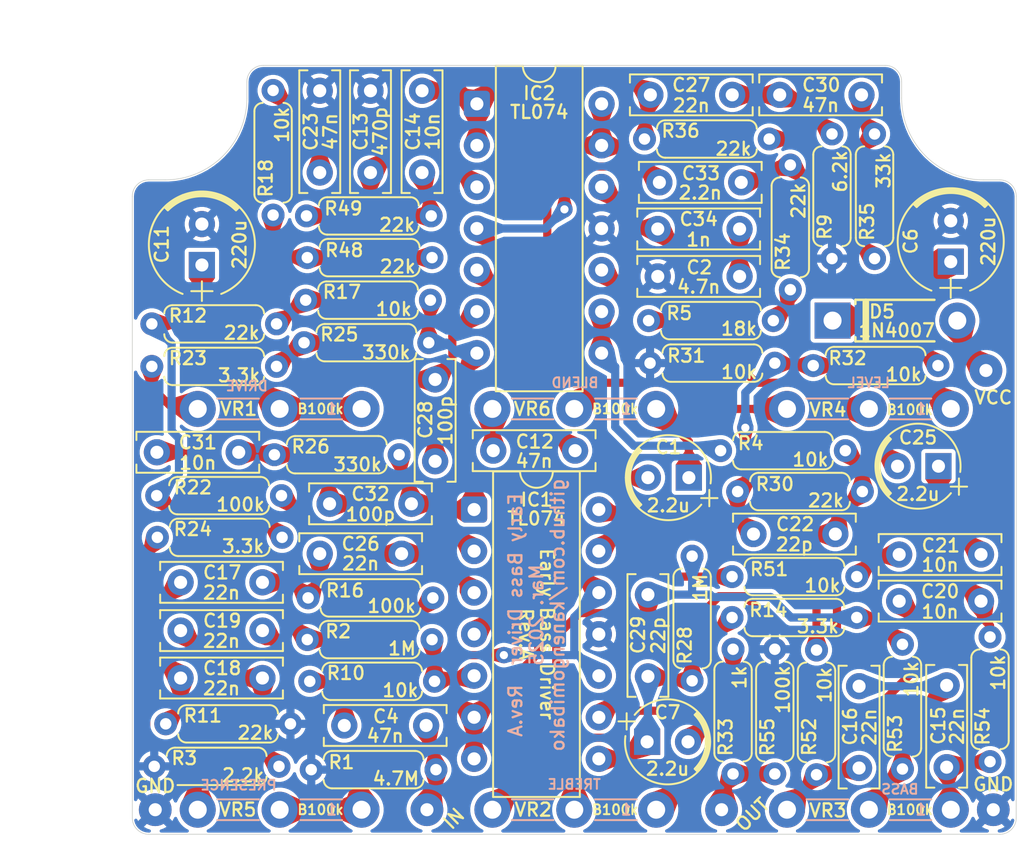
<source format=kicad_pcb>
(kicad_pcb (version 20241229) (generator "pcbnew") (generator_version "9.0")
  (layers (0 "F.Cu" signal) (2 "B.Cu" signal) (13 "F.Paste" user) (15 "B.Paste" user) (5 "F.SilkS" user "F.Silkscreen") (7 "B.SilkS" user "B.Silkscreen") (1 "F.Mask" user) (3 "B.Mask" user) (25 "Edge.Cuts" user))
  (net 0 "")
  (net 1 "GND")
  (net 2 "Net-(IC1C--)")
  (net 3 "Net-(C1-Pad1)")
  (net 4 "Net-(C2-Pad2)")
  (net 5 "Net-(J4-Pin_1)")
  (net 6 "Net-(C4-Pad1)")
  (net 7 "VCC")
  (net 8 "Net-(J5-Pin_1)")
  (net 9 "VB")
  (net 10 "Net-(C12-Pad1)")
  (net 11 "Net-(IC2D--)")
  (net 12 "Net-(IC1B--)")
  (net 13 "Net-(C14-Pad2)")
  (net 14 "Net-(C15-Pad1)")
  (net 15 "Net-(C15-Pad2)")
  (net 16 "Net-(C16-Pad1)")
  (net 17 "Net-(C17-Pad2)")
  (net 18 "Net-(C17-Pad1)")
  (net 19 "Net-(C18-Pad2)")
  (net 20 "Net-(C20-Pad2)")
  (net 21 "Net-(C20-Pad1)")
  (net 22 "Net-(C21-Pad2)")
  (net 23 "Net-(C21-Pad1)")
  (net 24 "Net-(C22-Pad1)")
  (net 25 "Net-(IC2B--)")
  (net 26 "Net-(C23-Pad2)")
  (net 27 "Net-(C27-Pad1)")
  (net 28 "Net-(C28-Pad1)")
  (net 29 "Net-(IC1A--)")
  (net 30 "Net-(IC2C--)")
  (net 31 "Net-(C30-Pad2)")
  (net 32 "Net-(IC1D--)")
  (net 33 "Net-(C31-Pad2)")
  (net 34 "Net-(C33-Pad2)")
  (net 35 "Net-(IC2D-+)")
  (net 36 "Net-(D5-A)")
  (net 37 "Net-(IC2A--)")
  (net 38 "Net-(R34-Pad1)")
  (net 39 "Net-(R12-Pad1)")
  (net 40 "Net-(R14-Pad1)")
  (net 41 "Net-(R23-Pad2)")
  (net 42 "Net-(R24-Pad2)")
  (net 43 "Net-(R51-Pad1)")
  (net 44 "Net-(VR4-Pad3)")
  (net 45 "Net-(IC2C-+)")
  (net 46 "Net-(IC2B-+)")
  (net 47 "Net-(IC2A-+)")
  (net 48 "Net-(C7-Pad2)")
  (net 49 "Net-(IC1A-+)")
  (net 50 "Net-(IC1B-+)")
  (footprint "myFoot:my_C_Rect1_P5.00mm" (layer "F.Cu") (at 4.5 37.35 90)
    (property "Reference" "C29")
    (property "Value" "22p")
  )
  (footprint "myFoot:my_R_P7.62mm_Horizontal" (layer "F.Cu") (at 13.2 13.71 90)
    (property "Reference" "R34")
    (property "Value" "22k")
  )
  (footprint "myFoot:my_C_Rect1_P5.00mm" (layer "F.Cu") (at 10.95 28.65)
    (property "Reference" "C22")
    (property "Value" "22p")
  )
  (footprint "myFoot:my_C_Rect1_P5.00mm" (layer "F.Cu") (at -24.05 34.55)
    (property "Reference" "C19")
    (property "Value" "22n")
  )
  (footprint "myFoot:my_R_P7.62mm_Horizontal" (layer "F.Cu") (at -8.69 35.1 180)
    (property "Reference" "R2")
    (property "Value" "1M")
  )
  (footprint "myFoot:my_R_P7.62mm_Horizontal" (layer "F.Cu") (at 22.22 18.35 180)
    (property "Reference" "R32")
    (property "Value" "10k")
  )
  (footprint "myFoot:my_C_Rect1_P5.00mm" (layer "F.Cu") (at 19.85 29.9)
    (property "Reference" "C21")
    (property "Value" "10n")
  )
  (footprint "myFoot:my_C_D5.0mm_P2.50mm" (layer "F.Cu") (at 22.25 24.5 180)
    (property "Reference" "C25")
    (property "Value" "2.2u")
  )
  (footprint "myFoot:my_C_Rect1_P5.00mm" (layer "F.Cu") (at -9.95 26.8 180)
    (property "Reference" "C32")
    (property "Value" "100p")
  )
  (footprint "myFoot:my_C_Rect1_P5.00mm" (layer "F.Cu") (at -4.95 23.55)
    (property "Reference" "C12")
    (property "Value" "47n")
  )
  (footprint "myFoot:my_C_Rect1_P5.00mm" (layer "F.Cu") (at -9.3 1.55 -90)
    (property "Reference" "C14")
    (property "Value" "10n")
  )
  (footprint "myFoot:my_C_Rect1_P5.00mm" (layer "F.Cu") (at 17.4 42.95 90)
    (property "Reference" "C16")
    (property "Value" "22n")
  )
  (footprint "myFoot:my_C_Rect1_P5.00mm" (layer "F.Cu") (at 9.65 1.8 180)
    (property "Reference" "C27")
    (property "Value" "22n")
  )
  (footprint "myFoot:my_R_P7.62mm_Horizontal" (layer "F.Cu") (at -10.7 23.8 180)
    (property "Reference" "R26")
    (property "Value" "330k")
  )
  (footprint "myFoot:my_C_Rect1_P5.00mm" (layer "F.Cu") (at -20.5 23.65 180)
    (property "Reference" "C31")
    (property "Value" "10n")
  )
  (footprint "myFoot:my_WirePad_0-8mmDrill" (layer "F.Cu") (at 25.15 18.65)
    (property "Reference" "J3" (hide yes))
    (property "Value" "VCC")
  )
  (footprint "myFoot:my_R_P7.62mm_Horizontal" (layer "F.Cu") (at 9.7 43.31 90)
    (property "Reference" "R33")
    (property "Value" "1k")
  )
  (footprint "myFoot:my_R_P7.62mm_Horizontal" (layer "F.Cu") (at 7.2 37.62 90)
    (property "Reference" "R28")
    (property "Value" "1M")
  )
  (footprint "myFoot:my_C_Rect1_P5.00mm" (layer "F.Cu") (at 10.1 10 180)
    (property "Reference" "C34")
    (property "Value" "1n")
  )
  (footprint "myFoot:my_WirePad_0-8mmDrill" (layer "F.Cu") (at 9 45.5)
    (property "Reference" "J5" (hide yes))
    (property "Value" "OUT")
  )
  (footprint "myFoot:my_R_P7.62mm_Horizontal" (layer "F.Cu") (at -8.54 37.65 180)
    (property "Reference" "R10")
    (property "Value" "10k")
  )
  (footprint "myFoot:my_C_Rect1_P5.00mm" (layer "F.Cu") (at -24.05 37.45)
    (property "Reference" "C18")
    (property "Value" "22n")
  )
  (footprint "myFoot:my_C_D5.0mm_P2.50mm" (layer "F.Cu") (at 4.45 41.35)
    (property "Reference" "C7")
    (property "Value" "2.2u")
  )
  (footprint "myFoot:my_R_P7.62mm_Horizontal" (layer "F.Cu") (at 16.56 23.55 180)
    (property "Reference" "R4")
    (property "Value" "10k")
  )
  (footprint "myFoot:my_WirePad_0-8mmDrill" (layer "F.Cu") (at -9 45.5)
    (property "Reference" "J4" (hide yes))
    (property "Value" "IN")
  )
  (footprint "myFoot:my_R_P7.62mm_Horizontal" (layer "F.Cu") (at 4.54 15.6)
    (property "Reference" "R5")
    (property "Value" "18k")
  )
  (footprint "myFoot:my_R_P7.62mm_Horizontal" (layer "F.Cu") (at -17.89 26.3 180)
    (property "Reference" "R22")
    (property "Value" "100k")
  )
  (footprint "Package_DIP:DIP-14_W7.62mm_Socket" (layer "F.Cu") (at -6.12 27.15)
    (property "Reference" "IC1")
    (property "Value" "TL074")
  )
  (footprint "myFoot:my_R_P7.62mm_Horizontal" (layer "F.Cu") (at 12.25 18.2 180)
    (property "Reference" "R31")
    (property "Value" "10k")
  )
  (footprint "myFoot:my_R_P7.62mm_Horizontal" (layer "F.Cu") (at 18.345 11.81 90)
    (property "Reference" "R35")
    (property "Value" "33k")
  )
  (footprint "myFoot:my_R_P7.62mm_Horizontal" (layer "F.Cu") (at -16.41 14.35)
    (property "Reference" "R17")
    (property "Value" "10k")
  )
  (footprint "myFoot:my_R_P7.62mm_Horizontal" (layer "F.Cu") (at -8.45 43.05 180)
    (property "Reference" "R1")
    (property "Value" "4.7M")
  )
  (footprint "myFoot:my_R_P7.62mm_Horizontal" (layer "F.Cu") (at -16.26 32.55)
    (property "Reference" "R16")
    (property "Value" "100k")
  )
  (footprint "myFoot:my_R_P7.62mm_Horizontal" (layer "F.Cu") (at 9.98 26.05)
    (property "Reference" "R30")
    (property "Value" "22k")
  )
  (footprint "myFoot:my_R_P7.62mm_Horizontal" (layer "F.Cu") (at 25.4 34.94 -90)
    (property "Reference" "R54")
    (property "Value" "10k")
  )
  (footprint "myFoot:my_C_D5.0mm_P2.50mm" (layer "F.Cu") (at 7 25.2 180)
    (property "Reference" "C1")
    (property "Value" "2.2u")
  )
  (footprint "myFoot:my_R_P7.62mm_Horizontal" (layer "F.Cu") (at 15.745 4.19 -90)
    (property "Reference" "R9")
    (property "Value" "6.2k")
  )
  (footprint "myFoot:my_R_P7.62mm_Horizontal" (layer "F.Cu") (at -18.04 42.85 180)
    (property "Reference" "R3")
    (property "Value" "2.2k")
  )
  (footprint "myFoot:my_C_Rect1_P5.00mm" (layer "F.Cu") (at -24.05 31.6)
    (property "Reference" "C17")
    (property "Value" "22n")
  )
  (footprint "myFoot:my_C_Rect1_P5.00mm" (layer "F.Cu") (at -12.45 1.55 -90)
    (property "Reference" "C13")
    (property "Value" "470p")
  )
  (footprint "myFoot:my_C_D6.3mm_P2.50mm" (layer "F.Cu") (at -22.75 12.2 90)
    (property "Reference" "C11")
    (property "Value" "220u")
  )
  (footprint "myFoot:my_WirePad_0-8mmDrill" (layer "F.Cu") (at 25.6 45.5)
    (property "Reference" "J2" (hide yes))
    (property "Value" "GND")
  )
  (footprint "Package_DIP:DIP-14_W7.62mm_Socket" (layer "F.Cu") (at -5.95 2.35)
    (property "Reference" "IC2")
    (property "Value" "TL074")
  )
  (footprint "myFoot:my_R_P7.62mm_Horizontal" (layer "F.Cu") (at -18.4 9.15 90)
    (property "Reference" "R18")
    (property "Value" "10k")
  )
  (footprint "myFoot:my_R_P7.62mm_Horizontal" (layer "F.Cu") (at 9.64 31.25)
    (property "Reference" "R51")
    (property "Value" "10k")
  )
  (footprint "myFoot:my_C_Rect1_P5.00mm" (layer "F.Cu") (at 5.1 12.9)
    (property "Reference" "C2")
    (property "Value" "4.7n")
  )
  (footprint "myFoot:my_R_P7.62mm_Horizontal" (layer "F.Cu") (at -18.19 15.8 180)
    (property "Reference" "R12")
    (property "Value" "22k")
  )
  (footprint "myFoot:my_C_Rect1_P5.00mm" (layer "F.Cu") (at 5.2 7.15)
    (property "Reference" "C33")
    (property "Value" "2.2n")
  )
  (footprint "myFoot:my_C_Rect1_P5.00mm" (layer "F.Cu") (at -8.5 24.2 90)
    (property "Reference" "C28")
    (property "Value" "100p")
  )
  (footprint "myFoot:my_R_P7.62mm_Horizontal" (layer "F.Cu") (at -17.85 28.85 180)
    (property "Reference" "R24")
    (property "Value" "3.3k")
  )
  (footprint "myFoot:my_C_Rect1_P5.00mm" (layer "F.Cu") (at 12.55 1.8)
    (property "Reference" "C30")
    (property "Value" "47n")
  )
  (footprint "myFoot:my_R_P7.62mm_Horizontal" (layer "F.Cu") (at 9.64 33.75)
    (property "Reference" "R14")
    (property "Value" "3.3k")
  )
  (footprint "myFoot:my_R_P7.62mm_Horizontal" (layer "F.Cu") (at 20.05 35.39 -90)
    (property "Reference" "R53")
    (property "Value" "10k")
  )
  (footprint "myFoot:my_C_Rect1_P5.00mm" (layer "F.Cu") (at -15.55 1.55 -90)
    (property "Reference" "C23")
    (property "Value" "47n")
  )
  (footprint "myFoot:my_R_P7.62mm_Horizontal" (layer "F.Cu") (at -18.19 18.4 180)
    (property "Reference" "R23")
    (property "Value" "3.3k")
  )
  (footprint "myFoot:my_C_Rect1_P5.00mm" (layer "F.Cu") (at -14.05 40.35)
    (property "Reference" "C4")
    (property "Value" "47n")
  )
  (footprint "myFoot:my_C_Rect1_P5.00mm" (layer "F.Cu") (at 24.85 32.75 180)
    (property "Reference" "C20")
    (property "Value" "10n")
  )
  (footprint "myFoot:my_R_P7.62mm_Horizontal" (layer "F.Cu") (at 11.91 4.5 180)
    (property "Reference" "R36")
    (property "Value" "22k")
  )
  (footprint "myFoot:my_R_P7.62mm_Horizontal" (layer "F.Cu") (at 14.8 43.36 90)
    (property "Reference" "R52")
    (property "Value" "10k")
  )
  (footprint "myFoot:my_C_Rect1_P5.00mm" (layer "F.Cu") (at 22.75 42.9 90)
    (property "Reference" "C15")
    (property "Value" "22n")
  )
  (footprint "myFoot:my_R_P7.62mm_Horizontal" (layer "F.Cu") (at 12.25 43.31 90)
    (property "Reference" "R55")
    (property "Value" "100k")
  )
  (footprint "myFoot:my_D_P7.62mm" (layer "F.Cu") (at 15.78 15.6)
    (property "Reference" "D5")
    (property "Value" "1N4007")
  )
  (footprint "myFoot:my_R_P7.62mm_Horizontal" (layer "F.Cu") (at -24.96 40.25)
    (property "Reference" "R11")
    (property "Value" "22k")
  )
  (footprint "myFoot:my_R_P7.62mm_Horizontal" (layer "F.Cu") (at -16.36 9.2)
    (property "Reference" "R49")
    (property "Value" "22k")
  )
  (footprint "myFoot:my_R_P7.62mm_Horizontal" (layer "F.Cu") (at -16.31 11.75)
    (property "Reference" "R48")
    (property "Value" "22k")
  )
  (footprint "myFoot:my_R_P7.62mm_Horizontal" (layer "F.Cu") (at -8.89 16.95 180)
    (property "Reference" "R25")
    (property "Value" "330k")
  )
  (footprint "myFoot:my_WirePad_0-8mmDrill" (layer "F.Cu") (at -25.6 45.5)
    (property "Reference" "J1" (hide yes))
    (property "Value" "GND")
  )
  (footprint "myFoot:my_C_Rect1_P5.00mm" (layer "F.Cu") (at -10.55 29.85 180)
    (property "Reference" "C26")
    (property "Value" "22n")
  )
  (footprint "myFoot:my_C_D6.3mm_P2.50mm" (layer "F.Cu") (at 23 12 90)
    (property "Reference" "C6")
    (property "Value" "220u")
  )
  (footprint "myFoot:my_pot_5mm" (layer "B.Cu") (at -18 21 180)
    (property "Reference" "VR1")
    (property "Value" "B100k")
  )
  (footprint "myFoot:my_pot_5mm" (layer "B.Cu") (at -18 45.5 180)
    (property "Reference" "VR5")
    (property "Value" "B100k")
  )
  (footprint "myFoot:my_pot_5mm" (layer "B.Cu") (at 0 21 180)
    (property "Reference" "VR6")
    (property "Value" "B100k")
  )
  (footprint "myFoot:my_pot_5mm" (layer "B.Cu") (at 18 45.5 180)
    (property "Reference" "VR3")
    (property "Value" "B100k")
  )
  (footprint "myFoot:my_pot_5mm" (layer "B.Cu") (at 18 21 180)
    (property "Reference" "VR4")
    (property "Value" "B100k")
  )
  (footprint "myFoot:my_pot_5mm" (layer "B.Cu") (at 0 45.5 180)
    (property "Reference" "VR2")
    (property "Value" "B100k")
  )
  (gr_line (start 26 47) (end -26 47) (stroke (width 0.05)) (layer "Edge.Cuts"))
  (gr_line (start -27 46) (end -27 8) (stroke (width 0.05)) (layer "Edge.Cuts"))
  (gr_line (start -26 7) (end -25 7) (stroke (width 0.05)) (layer "Edge.Cuts"))
  (gr_line (start -20 2) (end -20 1) (stroke (width 0.05)) (layer "Edge.Cuts"))
  (gr_line (start -19 0) (end 19 0) (stroke (width 0.05)) (layer "Edge.Cuts"))
  (gr_line (start 20 1) (end 20 2) (stroke (width 0.05)) (layer "Edge.Cuts"))
  (gr_line (start 25 7) (end 26 7) (stroke (width 0.05)) (layer "Edge.Cuts"))
  (gr_line (start 27 8) (end 27 46) (stroke (width 0.05)) (layer "Edge.Cuts"))
  (gr_arc (start -27 8) (mid -26.707107 7.292893) (end -26 7) (stroke (width 0.05)) (layer "Edge.Cuts"))
  (gr_arc (start -26 47) (mid -26.707107 46.707107) (end -27 46) (stroke (width 0.05)) (layer "Edge.Cuts"))
  (gr_arc (start 26 7) (mid 26.707107 7.292893) (end 27 8) (stroke (width 0.05)) (layer "Edge.Cuts"))
  (gr_arc (start 25 7) (mid 21.464466 5.535534) (end 20 2) (stroke (width 0.05)) (layer "Edge.Cuts"))
  (gr_arc (start 19 0) (mid 19.707107 0.292893) (end 20 1) (stroke (width 0.05)) (layer "Edge.Cuts"))
  (gr_arc (start -20 1) (mid -19.707107 0.292893) (end -19 0) (stroke (width 0.05)) (layer "Edge.Cuts"))
  (gr_arc (start -20 2) (mid -21.464466 5.535534) (end -25 7) (stroke (width 0.05)) (layer "Edge.Cuts"))
  (gr_arc (start 27 46) (mid 26.707107 46.707107) (end 26 47) (stroke (width 0.05)) (layer "Edge.Cuts"))
  (gr_text "Early Bass Driver\nRev.A" (at -2.31 34.77 270) (layer "F.SilkS") (effects (font (size 0.8 0.8) (thickness 0.14))))
  (gr_text "Early Bass Driver  Rev.A\nMar. 2025\ngithub.com/kanengomibako" (at -2.305 33.6 90) (layer "B.SilkS") (effects (font (size 0.8 0.8) (thickness 0.14)) (justify mirror)))
  (gr_text "TREBLE" (at -0.005 43.95 0) (layer "B.SilkS") (effects (font (size 0.6 0.6) (thickness 0.12)) (justify mirror)))
  (gr_text "BLEND" (at 0.045 19.4 0) (layer "B.SilkS") (effects (font (size 0.6 0.6) (thickness 0.12)) (justify mirror)))
  (gr_text "LEVEL" (at 17.995 19.4 0) (layer "B.SilkS") (effects (font (size 0.6 0.6) (thickness 0.12)) (justify mirror)))
  (gr_text "DRIVE" (at -20.005 19.6 0) (layer "B.SilkS") (effects (font (size 0.6 0.6) (thickness 0.12)) (justify mirror)))
  (gr_text "BASS" (at 19.895 44.25 0) (layer "B.SilkS") (effects (font (size 0.6 0.6) (thickness 0.12)) (justify mirror)))
  (gr_text "PRESENCE" (at -20.505 44 0) (layer "B.SilkS") (effects (font (size 0.6 0.6) (thickness 0.12)) (justify mirror)))
  (segment (start 1.5 39.85) (end 3.05 38.3) (width 0.5) (layer "F.Cu") (net 2))
  (segment (start 18.41 33.75) (end 20.05 35.39) (width 0.5) (layer "F.Cu") (net 2))
  (segment (start 3.05 36) (end 4.5 34.55) (width 0.5) (layer "F.Cu") (net 2))
  (segment (start 3.05 38.3) (end 3.05 36) (width 0.5) (layer "F.Cu") (net 2))
  (segment (start 17.26 33.75) (end 18.41 33.75) (width 0.5) (layer "F.Cu") (net 2))
  (segment (start 4.5 34.55) (end 4.5 32.35) (width 0.5) (layer "F.Cu") (net 2))
  (segment (start 7.25 32.35) (end 4.5 32.35) (width 0.5) (layer "B.Cu") (net 2))
  (segment (start 13.25 33.75) (end 12 32.5) (width 0.5) (layer "B.Cu") (net 2))
  (segment (start 7.2 30) (end 7.2 32.3) (width 0.5) (layer "B.Cu") (net 2))
  (segment (start 7.2 32.3) (end 7.25 32.35) (width 0.5) (layer "B.Cu") (net 2))
  (segment (start 12 32.5) (end 8.45 32.5) (width 0.5) (layer "B.Cu") (net 2))
  (segment (start 8.45 32.5) (end 8.3 32.35) (width 0.5) (layer "B.Cu") (net 2))
  (segment (start 17.26 33.75) (end 13.25 33.75) (width 0.5) (layer "B.Cu") (net 2))
  (segment (start 8.3 32.35) (end 7.25 32.35) (width 0.5) (layer "B.Cu") (net 2))
  (segment (start 7 22.9962) (end 5.0038 21) (width 0.5) (layer "F.Cu") (net 3))
  (segment (start 7 25.2) (end 7 22.9962) (width 0.5) (layer "F.Cu") (net 3))
  (segment (start 10.1 10) (end 10.1 12.9) (width 0.5) (layer "F.Cu") (net 4))
  (segment (start -8.45 42) (end -8.45 43.05) (width 0.5) (layer "F.Cu") (net 5))
  (segment (start -8.45 43.05) (end -8.45 44.95) (width 0.5) (layer "F.Cu") (net 5))
  (segment (start -9.05 41.4) (end -8.45 42) (width 0.5) (layer "F.Cu") (net 5))
  (segment (start -9.05 40.35) (end -9.05 41.4) (width 0.5) (layer "F.Cu") (net 5))
  (segment (start -8.45 44.95) (end -9 45.5) (width 0.5) (layer "F.Cu") (net 5))
  (segment (start -14.05 38.55) (end -14.95 37.65) (width 0.5) (layer "F.Cu") (net 6))
  (segment (start -14.05 40.35) (end -14.05 38.55) (width 0.5) (layer "F.Cu") (net 6))
  (segment (start -14.95 37.65) (end -16.16 37.65) (width 0.5) (layer "F.Cu") (net 6))
  (segment (start -6.12 34.77) (end -3.35 32) (width 0.5) (layer "F.Cu") (net 7))
  (segment (start -0.6 7.35) (end 0.571 6.179) (width 0.5) (layer "F.Cu") (net 7))
  (segment (start -0.6 7.35) (end -0.6 8.8) (width 0.5) (layer "F.Cu") (net 7))
  (segment (start 4.6 8.5) (end 11.15 8.5) (width 0.5) (layer "F.Cu") (net 7))
  (segment (start 12.2 10.7) (end 14.8 13.3) (width 0.5) (layer "F.Cu") (net 7))
  (segment (start 12.2 10.7) (end 12.2 9.55) (width 0.5) (layer "F.Cu") (net 7))
  (segment (start 2.279 6.179) (end 4.6 8.5) (width 0.5) (layer "F.Cu") (net 7))
  (segment (start 14.8 13.3) (end 19.15 13.3) (width 0.5) (layer "F.Cu") (net 7))
  (segment (start 19.15 13.3) (end 20.45 12) (width 0.5) (layer "F.Cu") (net 7))
  (segment (start 19.4 15.6) (end 23 12) (width 0.5) (layer "F.Cu") (net 7))
  (segment (start 15.78 15.6) (end 19.4 15.6) (width 0.5) (layer "F.Cu") (net 7))
  (segment (start -3.35 12.57) (end -5.95 9.97) (width 0.5) (layer "F.Cu") (net 7))
  (segment (start 22.22 18.35) (end 19.47 15.6) (width 0.5) (layer "F.Cu") (net 7))
  (segment (start 19.47 15.6) (end 19.4 15.6) (width 0.5) (layer "F.Cu") (net 7))
  (segment (start 0.571 6.179) (end 2.279 6.179) (width 0.5) (layer "F.Cu") (net 7))
  (segment (start 11.15 8.5) (end 12.2 9.55) (width 0.5) (layer "F.Cu") (net 7))
  (segment (start 23 12) (end 20.45 12) (width 0.5) (layer "F.Cu") (net 7))
  (segment (start -3.35 32) (end -3.35 12.57) (width 0.5) (layer "F.Cu") (net 7))
  (via (at -0.6 8.8) (size 1) (drill 0.5) (layers "F.Cu" "B.Cu") (net 7))
  (segment (start -1.77 9.97) (end -0.6 8.8) (width 0.5) (layer "B.Cu") (net 7))
  (segment (start -5.95 9.97) (end -1.77 9.97) (width 0.5) (layer "B.Cu") (net 7))
  (segment (start 12.25 43.31) (end 9.7 43.31) (width 0.5) (layer "F.Cu") (net 8))
  (segment (start 9 44.01) (end 9.7 43.31) (width 0.5) (layer "F.Cu") (net 8))
  (segment (start 9 45.5) (end 9 44.01) (width 0.5) (layer "F.Cu") (net 8))
  (segment (start -16.31 35.1) (end -18.26 33.15) (width 0.5) (layer "F.Cu") (net 9))
  (segment (start -4.3 36.05) (end -6.95 36.05) (width 0.5) (layer "F.Cu") (net 9))
  (segment (start -7.45 35.55) (end -7.45 31.95) (width 0.5) (layer "F.Cu") (net 9))
  (segment (start -23.2 15.8) (end -18 21) (width 0.5) (layer "F.Cu") (net 9))
  (segment (start -20.45 35.058636) (end -20.45 33.45) (width 0.5) (layer "F.Cu") (net 9))
  (segment (start -15.85 41.090566) (end -15.85 39.85) (width 0.5) (layer "F.Cu") (net 9))
  (segment (start -20.075 33.075) (end -20 33.15) (width 0.5) (layer "F.Cu") (net 9))
  (segment (start 0 26.45) (end 0.65 25.8) (width 0.5) (layer "F.Cu") (net 9))
  (segment (start -18.691364 35.9) (end -19.608636 35.9) (width 0.5) (layer "F.Cu") (net 9))
  (segment (start 20.3538 18.35) (end 23.0038 21) (width 0.5) (layer "F.Cu") (net 9))
  (segment (start -14.35 35.1) (end -16.31 35.1) (width 0.5) (layer "F.Cu") (net 9))
  (segment (start 10.45 24.1) (end 10.45 22.15) (width 0.5) (layer "F.Cu") (net 9))
  (segment (start 3.2 26.75) (end 8.15 26.75) (width 0.5) (layer "F.Cu") (net 9))
  (segment (start 8.55 26.35) (end 8.55 25.55) (width 0.5) (layer "F.Cu") (net 9))
  (segment (start -6.95 36.05) (end -7.45 35.55) (width 0.5) (layer "F.Cu") (net 9))
  (segment (start 0 30.73) (end 0 26.45) (width 0.5) (layer "F.Cu") (net 9))
  (segment (start -19.608636 35.9) (end -20.45 35.058636) (width 0.5) (layer "F.Cu") (net 9))
  (segment (start 8.15 26.75) (end 8.55 26.35) (width 0.5) (layer "F.Cu") (net 9))
  (segment (start -12.9962 45.5) (end -12.9962 43.944366) (width 0.5) (layer "F.Cu") (net 9))
  (segment (start -8.15 31.25) (end -10.5 31.25) (width 0.5) (layer "F.Cu") (net 9))
  (segment (start -18 21) (end -12.9962 21) (width 0.5) (layer "F.Cu") (net 9))
  (segment (start 8.55 25.55) (end 9.4 24.7) (width 0.5) (layer "F.Cu") (net 9))
  (segment (start -25.81 15.8) (end -23.2 15.8) (width 0.5) (layer "F.Cu") (net 9))
  (segment (start -10.5 31.25) (end -14.35 35.1) (width 0.5) (layer "F.Cu") (net 9))
  (segment (start -17.6 38.1) (end -17.6 36.991364) (width 0.5) (layer "F.Cu") (net 9))
  (segment (start 12.25 18.2) (end 13.3 18.2) (width 0.5) (layer "F.Cu") (net 9))
  (segment (start 9.4 24.7) (end 9.85 24.7) (width 0.5) (layer "F.Cu") (net 9))
  (segment (start 9.85 24.7) (end 10.45 24.1) (width 0.5) (layer "F.Cu") (net 9))
  (segment (start 1.5 32.23) (end 0 30.73) (width 0.5) (layer "F.Cu") (net 9))
  (segment (start -22 31.15) (end -20.075 33.075) (width 0.5) (layer "F.Cu") (net 9))
  (segment (start -22 29.81) (end -22 31.15) (width 0.5) (layer "F.Cu") (net 9))
  (segment (start -22.75 12.2) (end -22.75 15.35) (width 0.5) (layer "F.Cu") (net 9))
  (segment (start 13.3 18.2) (end 13.45 18.35) (width 0.5) (layer "F.Cu") (net 9))
  (segment (start -20.45 33.45) (end -20.075 33.075) (width 0.5) (layer "F.Cu") (net 9))
  (segment (start -20 33.15) (end -18.26 33.15) (width 0.5) (layer "F.Cu") (net 9))
  (segment (start -12.9962 43.944366) (end -15.85 41.090566) (width 0.5) (layer "F.Cu") (net 9))
  (segment (start 13.45 18.35) (end 14.6 18.35) (width 0.5) (layer "F.Cu") (net 9))
  (segment (start 2.25 25.8) (end 3.2 26.75) (width 0.5) (layer "F.Cu") (net 9))
  (segment (start 14.6 18.35) (end 20.3538 18.35) (width 0.5) (layer "F.Cu") (net 9))
  (segment (start -25.51 26.3) (end -22 29.81) (width 0.5) (layer "F.Cu") (net 9))
  (segment (start -17.6 36.991364) (end -18.691364 35.9) (width 0.5) (layer "F.Cu") (net 9))
  (segment (start 0.65 25.8) (end 2.25 25.8) (width 0.5) (layer "F.Cu") (net 9))
  (segment (start -7.45 31.95) (end -8.15 31.25) (width 0.5) (layer "F.Cu") (net 9))
  (segment (start -12.9962 45.5) (end -18 45.5) (width 0.5) (layer "F.Cu") (net 9))
  (segment (start -15.85 39.85) (end -17.6 38.1) (width 0.5) (layer "F.Cu") (net 9))
  (segment (start -22.75 15.35) (end -23.2 15.8) (width 0.5) (layer "F.Cu") (net 9))
  (via (at 10.45 22.15) (size 1) (drill 0.5) (layers "F.Cu" "B.Cu") (net 9))
  (via (at -4.3 36.05) (size 1) (drill 0.5) (layers "F.Cu" "B.Cu") (net 9))
  (segment (start 1.5 32.23) (end 0 33.73) (width 0.5) (layer "B.Cu") (net 9))
  (segment (start -24.15 22.8) (end -24.15 24.94) (width 0.5) (layer "B.Cu") (net 9))
  (segment (start -4.3 36.05) (end 0 36.05) (width 0.5) (layer "B.Cu") (net 9))
  (segment (start 0 33.73) (end 0 36.05) (width 0.5) (layer "B.Cu") (net 9))
  (segment (start 10.45 20) (end 12.25 18.2) (width 0.5) (layer "B.Cu") (net 9))
  (segment (start 0 36.05) (end 0.24 36.05) (width 0.5) (layer "B.Cu") (net 9))
  (segment (start -24.15 24.94) (end -25.51 26.3) (width 0.5) (layer "B.Cu") (net 9))
  (segment (start -24.6 22.35) (end -24.15 22.8) (width 0.5) (layer "B.Cu") (net 9))
  (segment (start -25.81 15.8) (end -24.6 17.01) (width 0.5) (layer "B.Cu") (net 9))
  (segment (start -24.6 17.01) (end -24.6 22.35) (width 0.5) (layer "B.Cu") (net 9))
  (segment (start 10.45 22.15) (end 10.45 20) (width 0.5) (layer "B.Cu") (net 9))
  (segment (start 0.24 36.05) (end 1.5 37.31) (width 0.5) (layer "B.Cu") (net 9))
  (segment (start -5.0038 23.4962) (end -4.95 23.55) (width 0.5) (layer "F.Cu") (net 10))
  (segment (start -5.0038 21) (end -5.0038 23.4962) (width 0.5) (layer "F.Cu") (net 10))
  (segment (start -1.65 21.85) (end -1.65 6.1) (width 0.5) (layer "F.Cu") (net 11))
  (segment (start 1.67 2.35) (end 1.67 4.89) (width 0.5) (layer "F.Cu") (net 11))
  (segment (start -0.44 4.89) (end 1.67 4.89) (width 0.5) (layer "F.Cu") (net 11))
  (segment (start -1.65 6.1) (end -0.44 4.89) (width 0.5) (layer "F.Cu") (net 11))
  (segment (start 5.2 7.15) (end 2.94 4.89) (width 0.5) (layer "F.Cu") (net 11))
  (segment (start 2.94 4.89) (end 1.67 4.89) (width 0.5) (layer "F.Cu") (net 11))
  (segment (start 0.05 23.55) (end -1.65 21.85) (width 0.5) (layer "F.Cu") (net 11))
  (segment (start -0.5 24.95) (end 2.7 24.95) (width 0.5) (layer "F.Cu") (net 12))
  (segment (start -19.05 34.55) (end -18.9 34.55) (width 0.5) (layer "F.Cu") (net 12))
  (segment (start -10.15 38.15) (end -10.15 36.35) (width 0.5) (layer "F.Cu") (net 12))
  (segment (start -6.12 39.85) (end -2.2 35.93) (width 0.5) (layer "F.Cu") (net 12))
  (segment (start 2.7 24.95) (end 2.95 25.2) (width 0.5) (layer "F.Cu") (net 12))
  (segment (start -17.1 36.35) (end -10.15 36.35) (width 0.5) (layer "F.Cu") (net 12))
  (segment (start -18.9 34.55) (end -17.1 36.35) (width 0.5) (layer "F.Cu") (net 12))
  (segment (start -6.12 39.85) (end -6.12 42.39) (width 0.5) (layer "F.Cu") (net 12))
  (segment (start 2.95 25.2) (end 4.5 25.2) (width 0.5) (layer "F.Cu") (net 12))
  (segment (start -7.07 38.9) (end -9.4 38.9) (width 0.5) (layer "F.Cu") (net 12))
  (segment (start -9.4 38.9) (end -10.15 38.15) (width 0.5) (layer "F.Cu") (net 12))
  (segment (start -2.2 26.65) (end -0.5 24.95) (width 0.5) (layer "F.Cu") (net 12))
  (segment (start -10.15 34.06) (end -8.64 32.55) (width 0.5) (layer "F.Cu") (net 12))
  (segment (start -10.15 36.35) (end -10.15 34.06) (width 0.5) (layer "F.Cu") (net 12))
  (segment (start -2.2 35.93) (end -2.2 26.65) (width 0.5) (layer "F.Cu") (net 12))
  (segment (start -6.12 39.85) (end -7.07 38.9) (width 0.5) (layer "F.Cu") (net 12))
  (segment (start -9.3 7.6) (end -8.74 8.16) (width 0.5) (layer "F.Cu") (net 13))
  (segment (start -18.4 10.85) (end -18.4 9.15) (width 0.5) (layer "F.Cu") (net 13))
  (segment (start -17.5 11.75) (end -18.4 10.85) (width 0.5) (layer "F.Cu") (net 13))
  (segment (start -8.74 8.16) (end -8.74 9.2) (width 0.5) (layer "F.Cu") (net 13))
  (segment (start -9.3 6.55) (end -9.3 7.6) (width 0.5) (layer "F.Cu") (net 13))
  (segment (start -16.31 11.75) (end -17.5 11.75) (width 0.5) (layer "F.Cu") (net 13))
  (segment (start -13.95 11.75) (end -16.31 11.75) (width 0.5) (layer "F.Cu") (net 13))
  (segment (start -11.4 9.2) (end -13.95 11.75) (width 0.5) (layer "F.Cu") (net 13))
  (segment (start -8.74 9.2) (end -11.4 9.2) (width 0.5) (layer "F.Cu") (net 13))
  (segment (start 23.85 42.9) (end 24.19 42.56) (width 0.5) (layer "F.Cu") (net 14))
  (segment (start 22.75 42.9) (end 23.85 42.9) (width 0.5) (layer "F.Cu") (net 14))
  (segment (start 22.75 43.95) (end 22.75 42.9) (width 0.5) (layer "F.Cu") (net 14))
  (segment (start 24.19 42.56) (end 25.4 42.56) (width 0.5) (layer "F.Cu") (net 14))
  (segment (start 23.0038 45.5) (end 23.0038 44.2038) (width 0.5) (layer "F.Cu") (net 14))
  (segment (start 23.0038 44.2038) (end 22.75 43.95) (width 0.5) (layer "F.Cu") (net 14))
  (segment (start 19.05 44.01) (end 20.05 43.01) (width 0.5) (layer "F.Cu") (net 15))
  (segment (start 20.05 40.6) (end 22.75 37.9) (width 0.5) (layer "F.Cu") (net 15))
  (segment (start 19.05 44.45) (end 19.05 44.01) (width 0.5) (layer "F.Cu") (net 15))
  (segment (start 18 45.5) (end 19.05 44.45) (width 0.5) (layer "F.Cu") (net 15))
  (segment (start 20.05 43.01) (end 20.05 40.6) (width 0.5) (layer "F.Cu") (net 15))
  (segment (start 17.4 37.95) (end 22.7 37.95) (width 0.5) (layer "B.Cu") (net 15))
  (segment (start 22.7 37.95) (end 22.75 37.9) (width 0.5) (layer "B.Cu") (net 15))
  (segment (start 14.8 43.36) (end 15.84 43.36) (width 0.5) (layer "F.Cu") (net 16))
  (segment (start 16.25 42.95) (end 17.4 42.95) (width 0.5) (layer "F.Cu") (net 16))
  (segment (start 15.84 43.36) (end 16.25 42.95) (width 0.5) (layer "F.Cu") (net 16))
  (segment (start 14.01 44.15) (end 14.8 43.36) (width 0.5) (layer "F.Cu") (net 16))
  (segment (start 12.9962 45.5) (end 12.9962 45.4538) (width 0.5) (layer "F.Cu") (net 16))
  (segment (start 12.9962 45.4538) (end 14 44.45) (width 0.5) (layer "F.Cu") (net 16))
  (segment (start 14 44.15) (end 14.01 44.15) (width 0.5) (layer "F.Cu") (net 16))
  (segment (start 14 44.45) (end 14 44.15) (width 0.5) (layer "F.Cu") (net 16))
  (segment (start -15.55 29.85) (end -15.55 31.84) (width 0.5) (layer "F.Cu") (net 17))
  (segment (start -15.55 31.84) (end -16.26 32.55) (width 0.5) (layer "F.Cu") (net 17))
  (segment (start -17.21 31.6) (end -16.26 32.55) (width 0.5) (layer "F.Cu") (net 17))
  (segment (start -19.05 31.6) (end -17.21 31.6) (width 0.5) (layer "F.Cu") (net 17))
  (segment (start -24.05 37.45) (end -24.05 39.34) (width 0.5) (layer "F.Cu") (net 18))
  (segment (start -24.05 31.6) (end -25.35 32.9) (width 0.5) (layer "F.Cu") (net 18))
  (segment (start -25.35 36.15) (end -24.05 37.45) (width 0.5) (layer "F.Cu") (net 18))
  (segment (start -24.05 39.34) (end -24.96 40.25) (width 0.5) (layer "F.Cu") (net 18))
  (segment (start -25.35 32.9) (end -25.35 36.15) (width 0.5) (layer "F.Cu") (net 18))
  (segment (start -24.05 34.55) (end -21.15 37.45) (width 0.5) (layer "F.Cu") (net 19))
  (segment (start -21.15 37.45) (end -19.05 37.45) (width 0.5) (layer "F.Cu") (net 19))
  (segment (start -19.05 37.45) (end -19.05 41.84) (width 0.5) (layer "F.Cu") (net 19))
  (segment (start -19.05 41.84) (end -18.04 42.85) (width 0.5) (layer "F.Cu") (net 19))
  (segment (start 17.6 40.15) (end 10.3538 40.15) (width 0.5) (layer "F.Cu") (net 20))
  (segment (start 19.85 32.75) (end 21.45 34.35) (width 0.5) (layer "F.Cu") (net 20))
  (segment (start 21.45 36.3) (end 17.6 40.15) (width 0.5) (layer "F.Cu") (net 20))
  (segment (start 21.45 34.35) (end 21.45 36.3) (width 0.5) (layer "F.Cu") (net 20))
  (segment (start 10.3538 40.15) (end 5.0038 45.5) (width 0.5) (layer "F.Cu") (net 20))
  (segment (start 16.5 32.5) (end 16.05 32.95) (width 0.5) (layer "F.Cu") (net 21))
  (segment (start 16.05 32.95) (end 16.05 36.4) (width 0.5) (layer "F.Cu") (net 21))
  (segment (start 6.02 37.62) (end 7.2 37.62) (width 0.5) (layer "F.Cu") (net 21))
  (segment (start 4.4 41.35) (end 4.45 41.35) (width 0.5) (layer "F.Cu") (net 21))
  (segment (start 16.05 36.4) (end 15.3 37.15) (width 0.5) (layer "F.Cu") (net 21))
  (segment (start 11 36.5) (end 11 33) (width 0.5) (layer "F.Cu") (net 21))
  (segment (start 18.1 32.5) (end 16.5 32.5) (width 0.5) (layer "F.Cu") (net 21))
  (segment (start 11.65 37.15) (end 11 36.5) (width 0.5) (layer "F.Cu") (net 21))
  (segment (start 5.75 37.35) (end 6.02 37.62) (width 0.5) (layer "F.Cu") (net 21))
  (segment (start 23.4 31.3) (end 19.3 31.3) (width 0.5) (layer "F.Cu") (net 21))
  (segment (start 3.36 42.39) (end 4.4 41.35) (width 0.5) (layer "F.Cu") (net 21))
  (segment (start 19.3 31.3) (end 18.1 32.5) (width 0.5) (layer "F.Cu") (net 21))
  (segment (start 15.3 37.15) (end 11.65 37.15) (width 0.5) (layer "F.Cu") (net 21))
  (segment (start 24.85 32.75) (end 23.4 31.3) (width 0.5) (layer "F.Cu") (net 21))
  (segment (start 24.85 33.7) (end 25.4 34.25) (width 0.5) (layer "F.Cu") (net 21))
  (segment (start 7.2 34.1) (end 7.2 37.62) (width 0.5) (layer "F.Cu") (net 21))
  (segment (start 1.5 42.39) (end 3.36 42.39) (width 0.5) (layer "F.Cu") (net 21))
  (segment (start 4.5 37.35) (end 5.75 37.35) (width 0.5) (layer "F.Cu") (net 21))
  (segment (start 24.85 32.75) (end 24.85 33.7) (width 0.5) (layer "F.Cu") (net 21))
  (segment (start 11 33) (end 10.45 32.45) (width 0.5) (layer "F.Cu") (net 21))
  (segment (start 10.45 32.45) (end 8.85 32.45) (width 0.5) (layer "F.Cu") (net 21))
  (segment (start 25.4 34.25) (end 25.4 34.94) (width 0.5) (layer "F.Cu") (net 21))
  (segment (start 8.85 32.45) (end 7.2 34.1) (width 0.5) (layer "F.Cu") (net 21))
  (segment (start 4.5 37.35) (end 4.5 41.3) (width 0.5) (layer "B.Cu") (net 21))
  (segment (start 4.5 41.3) (end 4.45 41.35) (width 0.5) (layer "B.Cu") (net 21))
  (segment (start 22.25 26.7) (end 21.95 27) (width 0.5) (layer "F.Cu") (net 22))
  (segment (start 14.8 31.85) (end 19.65 27) (width 0.5) (layer "F.Cu") (net 22))
  (segment (start 21.95 27) (end 24.85 29.9) (width 0.5) (layer "F.Cu") (net 22))
  (segment (start 22.25 24.5) (end 22.25 26.7) (width 0.5) (layer "F.Cu") (net 22))
  (segment (start 19.65 27) (end 21.95 27) (width 0.5) (layer "F.Cu") (net 22))
  (segment (start 14.8 35.74) (end 14.8 31.85) (width 0.5) (layer "F.Cu") (net 22))
  (segment (start 19.85 29.9) (end 18.61 29.9) (width 0.5) (layer "F.Cu") (net 23))
  (segment (start 18.61 29.9) (end 17.26 31.25) (width 0.5) (layer "F.Cu") (net 23))
  (segment (start 19.75 24.5) (end 18.1 22.85) (width 0.5) (layer "F.Cu") (net 24))
  (segment (start 2.85 27.6) (end 9.9 27.6) (width 0.5) (layer "F.Cu") (net 24))
  (segment (start 9.98 27.52) (end 9.9 27.6) (width 0.5) (layer "F.Cu") (net 24))
  (segment (start 18.1 22.85) (end 17.6 22.85) (width 0.5) (layer "F.Cu") (net 24))
  (segment (start 17 22.25) (end 14.65 22.25) (width 0.5) (layer "F.Cu") (net 24))
  (segment (start 14.65 22.25) (end 12 24.9) (width 0.5) (layer "F.Cu") (net 24))
  (segment (start 12 24.9) (end 11.13 24.9) (width 0.5) (layer "F.Cu") (net 24))
  (segment (start 11.13 24.9) (end 9.98 26.05) (width 0.5) (layer "F.Cu") (net 24))
  (segment (start 1.5 27.15) (end 2.4 27.15) (width 0.5) (layer "F.Cu") (net 24))
  (segment (start 17.6 22.85) (end 17 22.25) (width 0.5) (layer "F.Cu") (net 24))
  (segment (start 9.98 26.05) (end 9.98 27.52) (width 0.5) (layer "F.Cu") (net 24))
  (segment (start 2.4 27.15) (end 2.85 27.6) (width 0.5) (layer "F.Cu") (net 24))
  (segment (start 9.9 27.6) (end 10.95 28.65) (width 0.5) (layer "F.Cu") (net 24))
  (segment (start -10.2 19.2) (end -8.5 19.2) (width 0.5) (layer "F.Cu") (net 25))
  (segment (start -16.51 16.95) (end -16.74 16.95) (width 0.5) (layer "F.Cu") (net 25))
  (segment (start -12.45 16.95) (end -10.2 19.2) (width 0.5) (layer "F.Cu") (net 25))
  (segment (start -7.45 16.55) (end -7.45 18.15) (width 0.5) (layer "F.Cu") (net 25))
  (segment (start -5.95 15.05) (end -7.45 16.55) (width 0.5) (layer "F.Cu") (net 25))
  (segment (start -16.51 16.95) (end -12.45 16.95) (width 0.5) (layer "F.Cu") (net 25))
  (segment (start -7.45 18.15) (end -8.5 19.2) (width 0.5) (layer "F.Cu") (net 25))
  (segment (start -16.74 16.95) (end -18.19 18.4) (width 0.5) (layer "F.Cu") (net 25))
  (segment (start -15.55 6.55) (end -15.55 4.38) (width 0.5) (layer "F.Cu") (net 26))
  (segment (start -15.55 4.38) (end -18.4 1.53) (width 0.5) (layer "F.Cu") (net 26))
  (segment (start 13.355 1.8) (end 15.745 4.19) (width 0.5) (layer "F.Cu") (net 27))
  (segment (start 12.55 1.8) (end 13.355 1.8) (width 0.5) (layer "F.Cu") (net 27))
  (segment (start 9.65 1.8) (end 12.55 1.8) (width 0.5) (layer "F.Cu") (net 27))
  (segment (start -6.9 19.45) (end -8.5 21.05) (width 0.5) (layer "F.Cu") (net 28))
  (segment (start -5.95 17.59) (end -5.95 17.9) (width 0.5) (layer "F.Cu") (net 28))
  (segment (start -8.79 14.35) (end -8.79 15.49) (width 0.5) (layer "F.Cu") (net 28))
  (segment (start -8.5 21.05) (end -8.5 24.2) (width 0.5) (layer "F.Cu") (net 28))
  (segment (start -8.89 15.59) (end -8.89 16.95) (width 0.5) (layer "F.Cu") (net 28))
  (segment (start -8.79 15.49) (end -8.89 15.59) (width 0.5) (layer "F.Cu") (net 28))
  (segment (start -5.95 17.9) (end -6.9 18.85) (width 0.5) (layer "F.Cu") (net 28))
  (segment (start -6.9 18.85) (end -6.9 19.45) (width 0.5) (layer "F.Cu") (net 28))
  (segment (start -7.8 16.95) (end -7.16 17.59) (width 0.5) (layer "B.Cu") (net 28))
  (segment (start -7.16 17.59) (end -5.95 17.59) (width 0.5) (layer "B.Cu") (net 28))
  (segment (start -8.89 16.95) (end -7.8 16.95) (width 0.5) (layer "B.Cu") (net 28))
  (segment (start -7.46 28.35) (end -10.95 28.35) (width 0.5) (layer "F.Cu") (net 29))
  (segment (start -18.47 23.65) (end -18.32 23.8) (width 0.5) (layer "F.Cu") (net 29))
  (segment (start -12.5 26.8) (end -14.95 26.8) (width 0.5) (layer "F.Cu") (net 29))
  (segment (start -16.6 23.8) (end -14.95 25.45) (width 0.5) (layer "F.Cu") (net 29))
  (segment (start -10.95 28.35) (end -12.5 26.8) (width 0.5) (layer "F.Cu") (net 29))
  (segment (start -20.5 23.65) (end -18.47 23.65) (width 0.5) (layer "F.Cu") (net 29))
  (segment (start -14.95 25.45) (end -14.95 26.8) (width 0.5) (layer "F.Cu") (net 29))
  (segment (start -6.12 29.69) (end -7.46 28.35) (width 0.5) (layer "F.Cu") (net 29))
  (segment (start -18.32 23.8) (end -16.6 23.8) (width 0.5) (layer "F.Cu") (net 29))
  (segment (start 1.67 15.05) (end 1.67 17.59) (width 0.5) (layer "F.Cu") (net 30))
  (segment (start 1.67 17.59) (end 2.5 18.42) (width 0.5) (layer "B.Cu") (net 30))
  (segment (start 2.5 22.1) (end 3.65 23.25) (width 0.5) (layer "B.Cu") (net 30))
  (segment (start 3.65 23.25) (end 8.64 23.25) (width 0.5) (layer "B.Cu") (net 30))
  (segment (start 2.5 18.42) (end 2.5 22.1) (width 0.5) (layer "B.Cu") (net 30))
  (segment (start 8.64 23.25) (end 8.94 23.55) (width 0.5) (layer "B.Cu") (net 30))
  (segment (start 13.845 4.5) (end 15.145 5.8) (width 0.5) (layer "F.Cu") (net 31))
  (segment (start 11.91 4.5) (end 13.845 4.5) (width 0.5) (layer "F.Cu") (net 31))
  (segment (start 17.55 1.8) (end 17.55 3.395) (width 0.5) (layer "F.Cu") (net 31))
  (segment (start 17.55 3.395) (end 18.345 4.19) (width 0.5) (layer "F.Cu") (net 31))
  (segment (start 16.735 5.8) (end 18.345 4.19) (width 0.5) (layer "F.Cu") (net 31))
  (segment (start 15.145 5.8) (end 16.735 5.8) (width 0.5) (layer "F.Cu") (net 31))
  (segment (start 13.2 28.65) (end 15.95 28.65) (width 0.5) (layer "F.Cu") (net 32))
  (segment (start 11.85 30) (end 13.2 28.65) (width 0.5) (layer "F.Cu") (net 32))
  (segment (start 1.5 29.69) (end 2.69 28.5) (width 0.5) (layer "F.Cu") (net 32))
  (segment (start 2.69 28.5) (end 8.55 28.5) (width 0.5) (layer "F.Cu") (net 32))
  (segment (start 15.95 28.65) (end 15.95 27.7) (width 0.5) (layer "F.Cu") (net 32))
  (segment (start 17.6 26.05) (end 17.6 24.59) (width 0.5) (layer "F.Cu") (net 32))
  (segment (start 15.95 27.7) (end 17.6 26.05) (width 0.5) (layer "F.Cu") (net 32))
  (segment (start 10.05 30) (end 11.85 30) (width 0.5) (layer "F.Cu") (net 32))
  (segment (start 17.6 24.59) (end 16.56 23.55) (width 0.5) (layer "F.Cu") (net 32))
  (segment (start 8.55 28.5) (end 10.05 30) (width 0.5) (layer "F.Cu") (net 32))
  (segment (start -23.05 23.65) (end -17.85 28.85) (width 0.5) (layer "F.Cu") (net 33))
  (segment (start -25.5 23.65) (end -23.05 23.65) (width 0.5) (layer "F.Cu") (net 33))
  (segment (start 12.46 6.09) (end 13.2 6.09) (width 0.5) (layer "F.Cu") (net 34))
  (segment (start 10.2 7.15) (end 11.4 7.15) (width 0.5) (layer "F.Cu") (net 34))
  (segment (start 13.2 6.09) (end 17.045 9.935) (width 0.5) (layer "F.Cu") (net 34))
  (segment (start 17.045 9.935) (end 17.045 10.51) (width 0.5) (layer "F.Cu") (net 34))
  (segment (start 11.4 7.15) (end 12.46 6.09) (width 0.5) (layer "F.Cu") (net 34))
  (segment (start 17.045 10.51) (end 18.345 11.81) (width 0.5) (layer "F.Cu") (net 34))
  (segment (start 3.2 9.4) (end 3.2 8.96) (width 0.5) (layer "F.Cu") (net 35))
  (segment (start 6.7 11.6) (end 6.7 14.95) (width 0.5) (layer "F.Cu") (net 35))
  (segment (start 5.1 10) (end 3.8 10) (width 0.5) (layer "F.Cu") (net 35))
  (segment (start 3.2 8.96) (end 1.67 7.43) (width 0.5) (layer "F.Cu") (net 35))
  (segment (start 3.8 10) (end 3.2 9.4) (width 0.5) (layer "F.Cu") (net 35))
  (segment (start 6.7 14.95) (end 6.05 15.6) (width 0.5) (layer "F.Cu") (net 35))
  (segment (start 6.05 15.6) (end 4.54 15.6) (width 0.5) (layer "F.Cu") (net 35))
  (segment (start 5.1 10) (end 6.7 11.6) (width 0.5) (layer "F.Cu") (net 35))
  (segment (start 23.4 15.6) (end 23.4 16.9) (width 0.5) (layer "F.Cu") (net 36))
  (segment (start 23.4 16.9) (end 25.15 18.65) (width 0.5) (layer "F.Cu") (net 36))
  (segment (start 3.8 0.95) (end 4.65 1.8) (width 0.5) (layer "F.Cu") (net 37))
  (segment (start 4.29 3.31) (end 4.29 4.5) (width 0.5) (layer "F.Cu") (net 37))
  (segment (start -9.3 1.55) (end -6.75 1.55) (width 0.5) (layer "F.Cu") (net 37))
  (segment (start -5.95 4.89) (end -5.95 2.35) (width 0.5) (layer "F.Cu") (net 37))
  (segment (start 4.65 2.95) (end 4.29 3.31) (width 0.5) (layer "F.Cu") (net 37))
  (segment (start 4.65 1.8) (end 4.65 2.95) (width 0.5) (layer "F.Cu") (net 37))
  (segment (start -4.55 0.95) (end 3.8 0.95) (width 0.5) (layer "F.Cu") (net 37))
  (segment (start -6.75 1.55) (end -5.95 2.35) (width 0.5) (layer "F.Cu") (net 37))
  (segment (start -5.95 2.35) (end -4.55 0.95) (width 0.5) (layer "F.Cu") (net 37))
  (segment (start 13.2 14.55) (end 12.16 15.59) (width 0.5) (layer "F.Cu") (net 38))
  (segment (start 13.2 13.71) (end 13.2 14.55) (width 0.5) (layer "F.Cu") (net 38))
  (segment (start 12.16 15.59) (end 12.16 15.6) (width 0.5) (layer "F.Cu") (net 38))
  (segment (start -17.49 15.1) (end -17.16 15.1) (width 0.5) (layer "F.Cu") (net 39))
  (segment (start -17.16 15.1) (end -16.41 14.35) (width 0.5) (layer "F.Cu") (net 39))
  (segment (start -18.19 15.8) (end -17.49 15.1) (width 0.5) (layer "F.Cu") (net 39))
  (segment (start -13.55 14.35) (end -16.41 14.35) (width 0.5) (layer "F.Cu") (net 39))
  (segment (start -10.95 11.75) (end -13.55 14.35) (width 0.5) (layer "F.Cu") (net 39))
  (segment (start -8.69 11.75) (end -10.95 11.75) (width 0.5) (layer "F.Cu") (net 39))
  (segment (start 0.5 41.1) (end 0 41.6) (width 0.5) (layer "F.Cu") (net 40))
  (segment (start 7.4 39.45) (end 3.9 39.45) (width 0.5) (layer "F.Cu") (net 40))
  (segment (start 2.25 41.1) (end 0.5 41.1) (width 0.5) (layer "F.Cu") (net 40))
  (segment (start 9.64 33.75) (end 8.45 34.94) (width 0.5) (layer "F.Cu") (net 40))
  (segment (start 8.45 34.94) (end 8.45 38.4) (width 0.5) (layer "F.Cu") (net 40))
  (segment (start 3.9 39.45) (end 2.25 41.1) (width 0.5) (layer "F.Cu") (net 40))
  (segment (start 8.45 38.4) (end 7.4 39.45) (width 0.5) (layer "F.Cu") (net 40))
  (segment (start 0 41.6) (end 0 45.5) (width 0.5) (layer "F.Cu") (net 40))
  (segment (start -24.5 21) (end -23.0038 21) (width 0.5) (layer "F.Cu") (net 41))
  (segment (start -25.81 19.69) (end -24.5 21) (width 0.5) (layer "F.Cu") (net 41))
  (segment (start -25.81 18.4) (end -25.81 19.69) (width 0.5) (layer "F.Cu") (net 41))
  (segment (start -23.0038 43.0462) (end -23.0038 45.5) (width 0.5) (layer "F.Cu") (net 42))
  (segment (start -26.15 29.53) (end -26.15 40.85) (width 0.5) (layer "F.Cu") (net 42))
  (segment (start -25.45 41.55) (end -24.5 41.55) (width 0.5) (layer "F.Cu") (net 42))
  (segment (start -25.47 28.85) (end -26.15 29.53) (width 0.5) (layer "F.Cu") (net 42))
  (segment (start -24.5 41.55) (end -23.0038 43.0462) (width 0.5) (layer "F.Cu") (net 42))
  (segment (start -26.15 40.85) (end -25.45 41.55) (width 0.5) (layer "F.Cu") (net 42))
  (segment (start -1.1 34.9) (end -1.1 41.5962) (width 0.5) (layer "F.Cu") (net 43))
  (segment (start 5.65 30.85) (end 3.75 30.85) (width 0.5) (layer "F.Cu") (net 43))
  (segment (start 0.319 33.481) (end -1.1 34.9) (width 0.5) (layer "F.Cu") (net 43))
  (segment (start 9.64 31.25) (end 6.05 31.25) (width 0.5) (layer "F.Cu") (net 43))
  (segment (start -1.1 41.5962) (end -5.0038 45.5) (width 0.5) (layer "F.Cu") (net 43))
  (segment (start 3 31.6) (end 3 33.1) (width 0.5) (layer "F.Cu") (net 43))
  (segment (start 3 33.1) (end 2.619 33.481) (width 0.5) (layer "F.Cu") (net 43))
  (segment (start 6.05 31.25) (end 5.65 30.85) (width 0.5) (layer "F.Cu") (net 43))
  (segment (start 3.75 30.85) (end 3 31.6) (width 0.5) (layer "F.Cu") (net 43))
  (segment (start 2.619 33.481) (end 0.319 33.481) (width 0.5) (layer "F.Cu") (net 43))
  (segment (start 1.6 19.4) (end 0 21) (width 0.5) (layer "F.Cu") (net 44))
  (segment (start 9.7 21) (end 8.1 19.4) (width 0.5) (layer "F.Cu") (net 44))
  (segment (start 12.9962 21) (end 9.7 21) (width 0.5) (layer "F.Cu") (net 44))
  (segment (start 8.1 19.4) (end 1.6 19.4) (width 0.5) (layer "F.Cu") (net 44))
  (segment (start 1.67 12.51) (end 3.05 13.89) (width 0.5) (layer "F.Cu") (net 45))
  (segment (start 15.35 21) (end 18 21) (width 0.5) (layer "F.Cu") (net 45))
  (segment (start 3.05 16) (end 3.95 16.9) (width 0.5) (layer "F.Cu") (net 45))
  (segment (start 3.95 16.9) (end 8.6 16.9) (width 0.5) (layer "F.Cu") (net 45))
  (segment (start 11.1 19.4) (end 13.75 19.4) (width 0.5) (layer "F.Cu") (net 45))
  (segment (start 13.75 19.4) (end 15.35 21) (width 0.5) (layer "F.Cu") (net 45))
  (segment (start 8.6 16.9) (end 11.1 19.4) (width 0.5) (layer "F.Cu") (net 45))
  (segment (start 3.05 13.89) (end 3.05 16) (width 0.5) (layer "F.Cu") (net 45))
  (segment (start -6.95 20.55) (end -4.55 18.15) (width 0.5) (layer "F.Cu") (net 46))
  (segment (start -10.7 24.85) (end -9.95 25.6) (width 0.5) (layer "F.Cu") (net 46))
  (segment (start -4.55 18.15) (end -4.55 13.91) (width 0.5) (layer "F.Cu") (net 46))
  (segment (start -6.12 24.83) (end -6.95 24) (width 0.5) (layer "F.Cu") (net 46))
  (segment (start -7.95 26.8) (end -9.95 26.8) (width 0.5) (layer "F.Cu") (net 46))
  (segment (start -6.12 27.15) (end -7.6 27.15) (width 0.5) (layer "F.Cu") (net 46))
  (segment (start -6.12 27.15) (end -6.12 24.83) (width 0.5) (layer "F.Cu") (net 46))
  (segment (start -7.6 27.15) (end -7.95 26.8) (width 0.5) (layer "F.Cu") (net 46))
  (segment (start -10.7 23.8) (end -10.7 24.85) (width 0.5) (layer "F.Cu") (net 46))
  (segment (start -4.55 13.91) (end -5.95 12.51) (width 0.5) (layer "F.Cu") (net 46))
  (segment (start -9.95 25.6) (end -9.95 26.8) (width 0.5) (layer "F.Cu") (net 46))
  (segment (start -6.95 24) (end -6.95 20.55) (width 0.5) (layer "F.Cu") (net 46))
  (segment (start -10.95 5.05) (end -12.45 6.55) (width 0.5) (layer "F.Cu") (net 47))
  (segment (start -5.95 7.43) (end -8.33 5.05) (width 0.5) (layer "F.Cu") (net 47))
  (segment (start -13.65 9.2) (end -12.45 8) (width 0.5) (layer "F.Cu") (net 47))
  (segment (start -8.33 5.05) (end -10.95 5.05) (width 0.5) (layer "F.Cu") (net 47))
  (segment (start -12.45 8) (end -12.45 6.55) (width 0.5) (layer "F.Cu") (net 47))
  (segment (start -16.36 9.2) (end -13.65 9.2) (width 0.5) (layer "F.Cu") (net 47))
  (segment (start 9.7 38.6) (end 9.7 35.69) (width 0.5) (layer "F.Cu") (net 48))
  (segment (start 6.95 41.35) (end 9.7 38.6) (width 0.5) (layer "F.Cu") (net 48))
  (segment (start -12.75 29.85) (end -10.55 29.85) (width 0.5) (layer "F.Cu") (net 49))
  (segment (start -14.3 28.3) (end -12.75 29.85) (width 0.5) (layer "F.Cu") (net 49))
  (segment (start -17.89 26.3) (end -15.89 28.3) (width 0.5) (layer "F.Cu") (net 49))
  (segment (start -15.89 28.3) (end -14.3 28.3) (width 0.5) (layer "F.Cu") (net 49))
  (segment (start -6.12 32.23) (end -8.5 29.85) (width 0.5) (layer "F.Cu") (net 49))
  (segment (start -8.5 29.85) (end -10.55 29.85) (width 0.5) (layer "F.Cu") (net 49))
  (segment (start -8.54 35.1) (end -8.54 37.65) (width 0.5) (layer "F.Cu") (net 50))
  (segment (start -8.54 37.65) (end -7.6 37.65) (width 0.5) (layer "F.Cu") (net 50))
  (segment (start -7.26 37.31) (end -6.12 37.31) (width 0.5) (layer "F.Cu") (net 50))
  (segment (start -7.6 37.65) (end -7.26 37.31) (width 0.5) (layer "F.Cu") (net 50))
  (zone (net 1) (net_name "GND") (layer "B.Cu") (connect_pads (clearance 0.25)) (min_thickness 0.2) (fill yes (thermal_gap 0.25) (thermal_bridge_width 0.5))
    (polygon (pts (xy 27.5 47.5) (xy -27.5 47.5) (xy -27.5 -0.5) (xy 27.5 -0.5)))
  )
)
</source>
